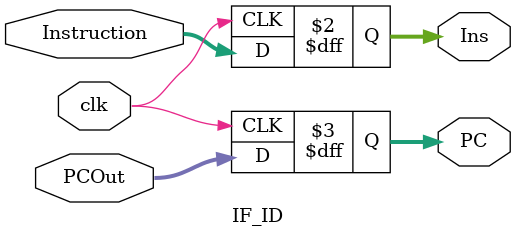
<source format=v>
`timescale 1ns / 1ps


module IF_ID ( 

    input clk,
    
    input [31:0]Instruction, 
    
    input [63:0]PCOut, 
    
    output reg[31:0]Ins, 
    
    output reg[63:0]PC 
    
); 

always @(negedge clk)
begin
    Ins = Instruction; 
    
    PC = PCOut; 
end

endmodule
</source>
